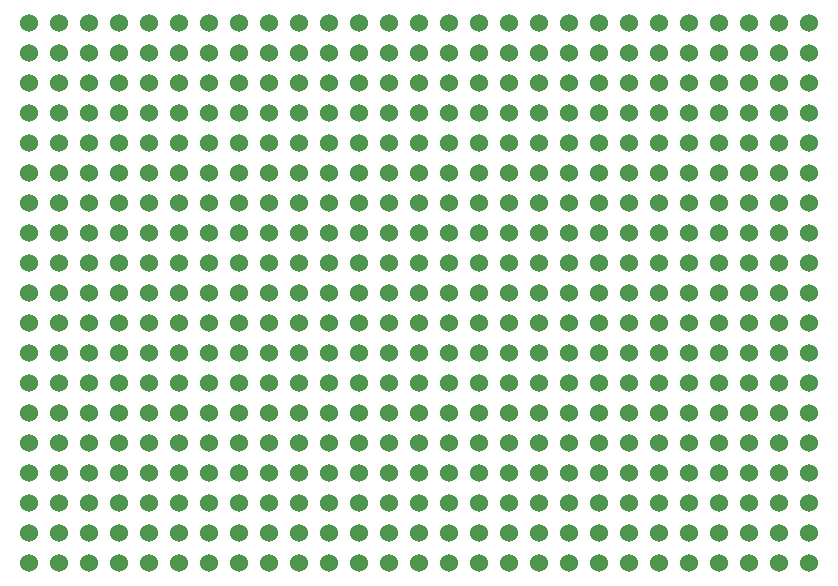
<source format=gbr>
%TF.GenerationSoftware,KiCad,Pcbnew,5.1.5+dfsg1-2build2*%
%TF.CreationDate,2020-10-05T13:16:32+02:00*%
%TF.ProjectId,pcb_50x70mm,7063625f-3530-4783-9730-6d6d2e6b6963,rev?*%
%TF.SameCoordinates,PX5f13998PY69fa208*%
%TF.FileFunction,Copper,L2,Bot*%
%TF.FilePolarity,Positive*%
%FSLAX46Y46*%
G04 Gerber Fmt 4.6, Leading zero omitted, Abs format (unit mm)*
G04 Created by KiCad (PCBNEW 5.1.5+dfsg1-2build2) date 2020-10-05 13:16:32*
%MOMM*%
%LPD*%
G04 APERTURE LIST*
%TA.AperFunction,ComponentPad*%
%ADD10C,1.524000*%
%TD*%
G04 APERTURE END LIST*
D10*
%TO.P,e,513*%
%TO.N,N/C*%
X67945000Y1905000D03*
%TO.P,e,512*%
X65405000Y1905000D03*
%TO.P,e,511*%
X62865000Y1905000D03*
%TO.P,e,510*%
X60325000Y1905000D03*
%TO.P,e,509*%
X57785000Y1905000D03*
%TO.P,e,508*%
X55245000Y1905000D03*
%TO.P,e,507*%
X52705000Y1905000D03*
%TO.P,e,506*%
X50165000Y1905000D03*
%TO.P,e,505*%
X47625000Y1905000D03*
%TO.P,e,504*%
X45085000Y1905000D03*
%TO.P,e,503*%
X42545000Y1905000D03*
%TO.P,e,502*%
X40005000Y1905000D03*
%TO.P,e,501*%
X37465000Y1905000D03*
%TO.P,e,500*%
X34925000Y1905000D03*
%TO.P,e,499*%
X32385000Y1905000D03*
%TO.P,e,498*%
X29845000Y1905000D03*
%TO.P,e,497*%
X27305000Y1905000D03*
%TO.P,e,496*%
X24765000Y1905000D03*
%TO.P,e,495*%
X22225000Y1905000D03*
%TO.P,e,494*%
X19685000Y1905000D03*
%TO.P,e,493*%
X17145000Y1905000D03*
%TO.P,e,492*%
X14605000Y1905000D03*
%TO.P,e,491*%
X12065000Y1905000D03*
%TO.P,e,490*%
X9525000Y1905000D03*
%TO.P,e,489*%
X6985000Y1905000D03*
%TO.P,e,488*%
X4445000Y1905000D03*
%TO.P,e,487*%
X1905000Y1905000D03*
%TO.P,e,486*%
X67945000Y4445000D03*
%TO.P,e,485*%
X65405000Y4445000D03*
%TO.P,e,484*%
X62865000Y4445000D03*
%TO.P,e,483*%
X60325000Y4445000D03*
%TO.P,e,482*%
X57785000Y4445000D03*
%TO.P,e,481*%
X55245000Y4445000D03*
%TO.P,e,480*%
X52705000Y4445000D03*
%TO.P,e,479*%
X50165000Y4445000D03*
%TO.P,e,478*%
X47625000Y4445000D03*
%TO.P,e,477*%
X45085000Y4445000D03*
%TO.P,e,476*%
X42545000Y4445000D03*
%TO.P,e,475*%
X40005000Y4445000D03*
%TO.P,e,474*%
X37465000Y4445000D03*
%TO.P,e,473*%
X34925000Y4445000D03*
%TO.P,e,472*%
X32385000Y4445000D03*
%TO.P,e,471*%
X29845000Y4445000D03*
%TO.P,e,470*%
X27305000Y4445000D03*
%TO.P,e,469*%
X24765000Y4445000D03*
%TO.P,e,468*%
X22225000Y4445000D03*
%TO.P,e,467*%
X19685000Y4445000D03*
%TO.P,e,466*%
X17145000Y4445000D03*
%TO.P,e,465*%
X14605000Y4445000D03*
%TO.P,e,464*%
X12065000Y4445000D03*
%TO.P,e,463*%
X9525000Y4445000D03*
%TO.P,e,462*%
X6985000Y4445000D03*
%TO.P,e,461*%
X4445000Y4445000D03*
%TO.P,e,460*%
X1905000Y4445000D03*
%TO.P,e,459*%
X67945000Y6985000D03*
%TO.P,e,458*%
X65405000Y6985000D03*
%TO.P,e,457*%
X62865000Y6985000D03*
%TO.P,e,456*%
X60325000Y6985000D03*
%TO.P,e,455*%
X57785000Y6985000D03*
%TO.P,e,454*%
X55245000Y6985000D03*
%TO.P,e,453*%
X52705000Y6985000D03*
%TO.P,e,452*%
X50165000Y6985000D03*
%TO.P,e,451*%
X47625000Y6985000D03*
%TO.P,e,450*%
X45085000Y6985000D03*
%TO.P,e,449*%
X42545000Y6985000D03*
%TO.P,e,448*%
X40005000Y6985000D03*
%TO.P,e,447*%
X37465000Y6985000D03*
%TO.P,e,446*%
X34925000Y6985000D03*
%TO.P,e,445*%
X32385000Y6985000D03*
%TO.P,e,444*%
X29845000Y6985000D03*
%TO.P,e,443*%
X27305000Y6985000D03*
%TO.P,e,442*%
X24765000Y6985000D03*
%TO.P,e,441*%
X22225000Y6985000D03*
%TO.P,e,440*%
X19685000Y6985000D03*
%TO.P,e,439*%
X17145000Y6985000D03*
%TO.P,e,438*%
X14605000Y6985000D03*
%TO.P,e,437*%
X12065000Y6985000D03*
%TO.P,e,436*%
X9525000Y6985000D03*
%TO.P,e,435*%
X6985000Y6985000D03*
%TO.P,e,434*%
X4445000Y6985000D03*
%TO.P,e,433*%
X1905000Y6985000D03*
%TO.P,e,432*%
X67945000Y9525000D03*
%TO.P,e,431*%
X65405000Y9525000D03*
%TO.P,e,430*%
X62865000Y9525000D03*
%TO.P,e,429*%
X60325000Y9525000D03*
%TO.P,e,428*%
X57785000Y9525000D03*
%TO.P,e,427*%
X55245000Y9525000D03*
%TO.P,e,426*%
X52705000Y9525000D03*
%TO.P,e,425*%
X50165000Y9525000D03*
%TO.P,e,424*%
X47625000Y9525000D03*
%TO.P,e,423*%
X45085000Y9525000D03*
%TO.P,e,422*%
X42545000Y9525000D03*
%TO.P,e,421*%
X40005000Y9525000D03*
%TO.P,e,420*%
X37465000Y9525000D03*
%TO.P,e,419*%
X34925000Y9525000D03*
%TO.P,e,418*%
X32385000Y9525000D03*
%TO.P,e,417*%
X29845000Y9525000D03*
%TO.P,e,416*%
X27305000Y9525000D03*
%TO.P,e,415*%
X24765000Y9525000D03*
%TO.P,e,414*%
X22225000Y9525000D03*
%TO.P,e,413*%
X19685000Y9525000D03*
%TO.P,e,412*%
X17145000Y9525000D03*
%TO.P,e,411*%
X14605000Y9525000D03*
%TO.P,e,410*%
X12065000Y9525000D03*
%TO.P,e,409*%
X9525000Y9525000D03*
%TO.P,e,408*%
X6985000Y9525000D03*
%TO.P,e,407*%
X4445000Y9525000D03*
%TO.P,e,406*%
X1905000Y9525000D03*
%TO.P,e,405*%
X67945000Y12065000D03*
%TO.P,e,404*%
X65405000Y12065000D03*
%TO.P,e,403*%
X62865000Y12065000D03*
%TO.P,e,402*%
X60325000Y12065000D03*
%TO.P,e,401*%
X57785000Y12065000D03*
%TO.P,e,400*%
X55245000Y12065000D03*
%TO.P,e,399*%
X52705000Y12065000D03*
%TO.P,e,398*%
X50165000Y12065000D03*
%TO.P,e,397*%
X47625000Y12065000D03*
%TO.P,e,396*%
X45085000Y12065000D03*
%TO.P,e,395*%
X42545000Y12065000D03*
%TO.P,e,394*%
X40005000Y12065000D03*
%TO.P,e,393*%
X37465000Y12065000D03*
%TO.P,e,392*%
X34925000Y12065000D03*
%TO.P,e,391*%
X32385000Y12065000D03*
%TO.P,e,390*%
X29845000Y12065000D03*
%TO.P,e,389*%
X27305000Y12065000D03*
%TO.P,e,388*%
X24765000Y12065000D03*
%TO.P,e,387*%
X22225000Y12065000D03*
%TO.P,e,386*%
X19685000Y12065000D03*
%TO.P,e,385*%
X17145000Y12065000D03*
%TO.P,e,384*%
X14605000Y12065000D03*
%TO.P,e,383*%
X12065000Y12065000D03*
%TO.P,e,382*%
X9525000Y12065000D03*
%TO.P,e,381*%
X6985000Y12065000D03*
%TO.P,e,380*%
X4445000Y12065000D03*
%TO.P,e,379*%
X1905000Y12065000D03*
%TO.P,e,378*%
X67945000Y14605000D03*
%TO.P,e,377*%
X65405000Y14605000D03*
%TO.P,e,376*%
X62865000Y14605000D03*
%TO.P,e,375*%
X60325000Y14605000D03*
%TO.P,e,374*%
X57785000Y14605000D03*
%TO.P,e,373*%
X55245000Y14605000D03*
%TO.P,e,372*%
X52705000Y14605000D03*
%TO.P,e,371*%
X50165000Y14605000D03*
%TO.P,e,370*%
X47625000Y14605000D03*
%TO.P,e,369*%
X45085000Y14605000D03*
%TO.P,e,368*%
X42545000Y14605000D03*
%TO.P,e,367*%
X40005000Y14605000D03*
%TO.P,e,366*%
X37465000Y14605000D03*
%TO.P,e,365*%
X34925000Y14605000D03*
%TO.P,e,364*%
X32385000Y14605000D03*
%TO.P,e,363*%
X29845000Y14605000D03*
%TO.P,e,362*%
X27305000Y14605000D03*
%TO.P,e,361*%
X24765000Y14605000D03*
%TO.P,e,360*%
X22225000Y14605000D03*
%TO.P,e,359*%
X19685000Y14605000D03*
%TO.P,e,358*%
X17145000Y14605000D03*
%TO.P,e,357*%
X14605000Y14605000D03*
%TO.P,e,356*%
X12065000Y14605000D03*
%TO.P,e,355*%
X9525000Y14605000D03*
%TO.P,e,354*%
X6985000Y14605000D03*
%TO.P,e,353*%
X4445000Y14605000D03*
%TO.P,e,352*%
X1905000Y14605000D03*
%TO.P,e,351*%
X67945000Y17145000D03*
%TO.P,e,350*%
X65405000Y17145000D03*
%TO.P,e,349*%
X62865000Y17145000D03*
%TO.P,e,348*%
X60325000Y17145000D03*
%TO.P,e,347*%
X57785000Y17145000D03*
%TO.P,e,346*%
X55245000Y17145000D03*
%TO.P,e,345*%
X52705000Y17145000D03*
%TO.P,e,344*%
X50165000Y17145000D03*
%TO.P,e,343*%
X47625000Y17145000D03*
%TO.P,e,342*%
X45085000Y17145000D03*
%TO.P,e,341*%
X42545000Y17145000D03*
%TO.P,e,340*%
X40005000Y17145000D03*
%TO.P,e,339*%
X37465000Y17145000D03*
%TO.P,e,338*%
X34925000Y17145000D03*
%TO.P,e,337*%
X32385000Y17145000D03*
%TO.P,e,336*%
X29845000Y17145000D03*
%TO.P,e,335*%
X27305000Y17145000D03*
%TO.P,e,334*%
X24765000Y17145000D03*
%TO.P,e,333*%
X22225000Y17145000D03*
%TO.P,e,332*%
X19685000Y17145000D03*
%TO.P,e,331*%
X17145000Y17145000D03*
%TO.P,e,330*%
X14605000Y17145000D03*
%TO.P,e,329*%
X12065000Y17145000D03*
%TO.P,e,328*%
X9525000Y17145000D03*
%TO.P,e,327*%
X6985000Y17145000D03*
%TO.P,e,326*%
X4445000Y17145000D03*
%TO.P,e,325*%
X1905000Y17145000D03*
%TO.P,e,324*%
X67945000Y19685000D03*
%TO.P,e,323*%
X65405000Y19685000D03*
%TO.P,e,322*%
X62865000Y19685000D03*
%TO.P,e,321*%
X60325000Y19685000D03*
%TO.P,e,320*%
X57785000Y19685000D03*
%TO.P,e,319*%
X55245000Y19685000D03*
%TO.P,e,318*%
X52705000Y19685000D03*
%TO.P,e,317*%
X50165000Y19685000D03*
%TO.P,e,316*%
X47625000Y19685000D03*
%TO.P,e,315*%
X45085000Y19685000D03*
%TO.P,e,314*%
X42545000Y19685000D03*
%TO.P,e,313*%
X40005000Y19685000D03*
%TO.P,e,312*%
X37465000Y19685000D03*
%TO.P,e,311*%
X34925000Y19685000D03*
%TO.P,e,310*%
X32385000Y19685000D03*
%TO.P,e,309*%
X29845000Y19685000D03*
%TO.P,e,308*%
X27305000Y19685000D03*
%TO.P,e,307*%
X24765000Y19685000D03*
%TO.P,e,306*%
X22225000Y19685000D03*
%TO.P,e,305*%
X19685000Y19685000D03*
%TO.P,e,304*%
X17145000Y19685000D03*
%TO.P,e,303*%
X14605000Y19685000D03*
%TO.P,e,302*%
X12065000Y19685000D03*
%TO.P,e,301*%
X9525000Y19685000D03*
%TO.P,e,300*%
X6985000Y19685000D03*
%TO.P,e,299*%
X4445000Y19685000D03*
%TO.P,e,298*%
X1905000Y19685000D03*
%TO.P,e,297*%
X67945000Y22225000D03*
%TO.P,e,296*%
X65405000Y22225000D03*
%TO.P,e,295*%
X62865000Y22225000D03*
%TO.P,e,294*%
X60325000Y22225000D03*
%TO.P,e,293*%
X57785000Y22225000D03*
%TO.P,e,292*%
X55245000Y22225000D03*
%TO.P,e,291*%
X52705000Y22225000D03*
%TO.P,e,290*%
X50165000Y22225000D03*
%TO.P,e,289*%
X47625000Y22225000D03*
%TO.P,e,288*%
X45085000Y22225000D03*
%TO.P,e,287*%
X42545000Y22225000D03*
%TO.P,e,286*%
X40005000Y22225000D03*
%TO.P,e,285*%
X37465000Y22225000D03*
%TO.P,e,284*%
X34925000Y22225000D03*
%TO.P,e,283*%
X32385000Y22225000D03*
%TO.P,e,282*%
X29845000Y22225000D03*
%TO.P,e,281*%
X27305000Y22225000D03*
%TO.P,e,280*%
X24765000Y22225000D03*
%TO.P,e,279*%
X22225000Y22225000D03*
%TO.P,e,278*%
X19685000Y22225000D03*
%TO.P,e,277*%
X17145000Y22225000D03*
%TO.P,e,276*%
X14605000Y22225000D03*
%TO.P,e,275*%
X12065000Y22225000D03*
%TO.P,e,274*%
X9525000Y22225000D03*
%TO.P,e,273*%
X6985000Y22225000D03*
%TO.P,e,272*%
X4445000Y22225000D03*
%TO.P,e,271*%
X1905000Y22225000D03*
%TO.P,e,270*%
X67945000Y24765000D03*
%TO.P,e,269*%
X65405000Y24765000D03*
%TO.P,e,268*%
X62865000Y24765000D03*
%TO.P,e,267*%
X60325000Y24765000D03*
%TO.P,e,266*%
X57785000Y24765000D03*
%TO.P,e,265*%
X55245000Y24765000D03*
%TO.P,e,264*%
X52705000Y24765000D03*
%TO.P,e,263*%
X50165000Y24765000D03*
%TO.P,e,262*%
X47625000Y24765000D03*
%TO.P,e,261*%
X45085000Y24765000D03*
%TO.P,e,260*%
X42545000Y24765000D03*
%TO.P,e,259*%
X40005000Y24765000D03*
%TO.P,e,258*%
X37465000Y24765000D03*
%TO.P,e,257*%
X34925000Y24765000D03*
%TO.P,e,256*%
X32385000Y24765000D03*
%TO.P,e,255*%
X29845000Y24765000D03*
%TO.P,e,254*%
X27305000Y24765000D03*
%TO.P,e,253*%
X24765000Y24765000D03*
%TO.P,e,252*%
X22225000Y24765000D03*
%TO.P,e,251*%
X19685000Y24765000D03*
%TO.P,e,250*%
X17145000Y24765000D03*
%TO.P,e,249*%
X14605000Y24765000D03*
%TO.P,e,248*%
X12065000Y24765000D03*
%TO.P,e,247*%
X9525000Y24765000D03*
%TO.P,e,246*%
X6985000Y24765000D03*
%TO.P,e,245*%
X4445000Y24765000D03*
%TO.P,e,244*%
X1905000Y24765000D03*
%TO.P,e,243*%
X67945000Y27305000D03*
%TO.P,e,242*%
X65405000Y27305000D03*
%TO.P,e,241*%
X62865000Y27305000D03*
%TO.P,e,240*%
X60325000Y27305000D03*
%TO.P,e,239*%
X57785000Y27305000D03*
%TO.P,e,238*%
X55245000Y27305000D03*
%TO.P,e,237*%
X52705000Y27305000D03*
%TO.P,e,236*%
X50165000Y27305000D03*
%TO.P,e,235*%
X47625000Y27305000D03*
%TO.P,e,234*%
X45085000Y27305000D03*
%TO.P,e,233*%
X42545000Y27305000D03*
%TO.P,e,232*%
X40005000Y27305000D03*
%TO.P,e,231*%
X37465000Y27305000D03*
%TO.P,e,230*%
X34925000Y27305000D03*
%TO.P,e,229*%
X32385000Y27305000D03*
%TO.P,e,228*%
X29845000Y27305000D03*
%TO.P,e,227*%
X27305000Y27305000D03*
%TO.P,e,226*%
X24765000Y27305000D03*
%TO.P,e,225*%
X22225000Y27305000D03*
%TO.P,e,224*%
X19685000Y27305000D03*
%TO.P,e,223*%
X17145000Y27305000D03*
%TO.P,e,222*%
X14605000Y27305000D03*
%TO.P,e,221*%
X12065000Y27305000D03*
%TO.P,e,220*%
X9525000Y27305000D03*
%TO.P,e,219*%
X6985000Y27305000D03*
%TO.P,e,218*%
X4445000Y27305000D03*
%TO.P,e,217*%
X1905000Y27305000D03*
%TO.P,e,216*%
X67945000Y29845000D03*
%TO.P,e,215*%
X65405000Y29845000D03*
%TO.P,e,214*%
X62865000Y29845000D03*
%TO.P,e,213*%
X60325000Y29845000D03*
%TO.P,e,212*%
X57785000Y29845000D03*
%TO.P,e,211*%
X55245000Y29845000D03*
%TO.P,e,210*%
X52705000Y29845000D03*
%TO.P,e,209*%
X50165000Y29845000D03*
%TO.P,e,208*%
X47625000Y29845000D03*
%TO.P,e,207*%
X45085000Y29845000D03*
%TO.P,e,206*%
X42545000Y29845000D03*
%TO.P,e,205*%
X40005000Y29845000D03*
%TO.P,e,204*%
X37465000Y29845000D03*
%TO.P,e,203*%
X34925000Y29845000D03*
%TO.P,e,202*%
X32385000Y29845000D03*
%TO.P,e,201*%
X29845000Y29845000D03*
%TO.P,e,200*%
X27305000Y29845000D03*
%TO.P,e,199*%
X24765000Y29845000D03*
%TO.P,e,198*%
X22225000Y29845000D03*
%TO.P,e,197*%
X19685000Y29845000D03*
%TO.P,e,196*%
X17145000Y29845000D03*
%TO.P,e,195*%
X14605000Y29845000D03*
%TO.P,e,194*%
X12065000Y29845000D03*
%TO.P,e,193*%
X9525000Y29845000D03*
%TO.P,e,192*%
X6985000Y29845000D03*
%TO.P,e,191*%
X4445000Y29845000D03*
%TO.P,e,190*%
X1905000Y29845000D03*
%TO.P,e,189*%
X67945000Y32385000D03*
%TO.P,e,188*%
X65405000Y32385000D03*
%TO.P,e,187*%
X62865000Y32385000D03*
%TO.P,e,186*%
X60325000Y32385000D03*
%TO.P,e,185*%
X57785000Y32385000D03*
%TO.P,e,184*%
X55245000Y32385000D03*
%TO.P,e,183*%
X52705000Y32385000D03*
%TO.P,e,182*%
X50165000Y32385000D03*
%TO.P,e,181*%
X47625000Y32385000D03*
%TO.P,e,180*%
X45085000Y32385000D03*
%TO.P,e,179*%
X42545000Y32385000D03*
%TO.P,e,178*%
X40005000Y32385000D03*
%TO.P,e,177*%
X37465000Y32385000D03*
%TO.P,e,176*%
X34925000Y32385000D03*
%TO.P,e,175*%
X32385000Y32385000D03*
%TO.P,e,174*%
X29845000Y32385000D03*
%TO.P,e,173*%
X27305000Y32385000D03*
%TO.P,e,172*%
X24765000Y32385000D03*
%TO.P,e,171*%
X22225000Y32385000D03*
%TO.P,e,170*%
X19685000Y32385000D03*
%TO.P,e,169*%
X17145000Y32385000D03*
%TO.P,e,168*%
X14605000Y32385000D03*
%TO.P,e,167*%
X12065000Y32385000D03*
%TO.P,e,166*%
X9525000Y32385000D03*
%TO.P,e,165*%
X6985000Y32385000D03*
%TO.P,e,164*%
X4445000Y32385000D03*
%TO.P,e,163*%
X1905000Y32385000D03*
%TO.P,e,162*%
X67945000Y34925000D03*
%TO.P,e,161*%
X65405000Y34925000D03*
%TO.P,e,160*%
X62865000Y34925000D03*
%TO.P,e,159*%
X60325000Y34925000D03*
%TO.P,e,158*%
X57785000Y34925000D03*
%TO.P,e,157*%
X55245000Y34925000D03*
%TO.P,e,156*%
X52705000Y34925000D03*
%TO.P,e,155*%
X50165000Y34925000D03*
%TO.P,e,154*%
X47625000Y34925000D03*
%TO.P,e,153*%
X45085000Y34925000D03*
%TO.P,e,152*%
X42545000Y34925000D03*
%TO.P,e,151*%
X40005000Y34925000D03*
%TO.P,e,150*%
X37465000Y34925000D03*
%TO.P,e,149*%
X34925000Y34925000D03*
%TO.P,e,148*%
X32385000Y34925000D03*
%TO.P,e,147*%
X29845000Y34925000D03*
%TO.P,e,146*%
X27305000Y34925000D03*
%TO.P,e,145*%
X24765000Y34925000D03*
%TO.P,e,144*%
X22225000Y34925000D03*
%TO.P,e,143*%
X19685000Y34925000D03*
%TO.P,e,142*%
X17145000Y34925000D03*
%TO.P,e,141*%
X14605000Y34925000D03*
%TO.P,e,140*%
X12065000Y34925000D03*
%TO.P,e,139*%
X9525000Y34925000D03*
%TO.P,e,138*%
X6985000Y34925000D03*
%TO.P,e,137*%
X4445000Y34925000D03*
%TO.P,e,136*%
X1905000Y34925000D03*
%TO.P,e,135*%
X67945000Y37465000D03*
%TO.P,e,134*%
X65405000Y37465000D03*
%TO.P,e,133*%
X62865000Y37465000D03*
%TO.P,e,132*%
X60325000Y37465000D03*
%TO.P,e,131*%
X57785000Y37465000D03*
%TO.P,e,130*%
X55245000Y37465000D03*
%TO.P,e,129*%
X52705000Y37465000D03*
%TO.P,e,128*%
X50165000Y37465000D03*
%TO.P,e,127*%
X47625000Y37465000D03*
%TO.P,e,126*%
X45085000Y37465000D03*
%TO.P,e,125*%
X42545000Y37465000D03*
%TO.P,e,124*%
X40005000Y37465000D03*
%TO.P,e,123*%
X37465000Y37465000D03*
%TO.P,e,122*%
X34925000Y37465000D03*
%TO.P,e,121*%
X32385000Y37465000D03*
%TO.P,e,120*%
X29845000Y37465000D03*
%TO.P,e,119*%
X27305000Y37465000D03*
%TO.P,e,118*%
X24765000Y37465000D03*
%TO.P,e,117*%
X22225000Y37465000D03*
%TO.P,e,116*%
X19685000Y37465000D03*
%TO.P,e,115*%
X17145000Y37465000D03*
%TO.P,e,114*%
X14605000Y37465000D03*
%TO.P,e,113*%
X12065000Y37465000D03*
%TO.P,e,112*%
X9525000Y37465000D03*
%TO.P,e,111*%
X6985000Y37465000D03*
%TO.P,e,110*%
X4445000Y37465000D03*
%TO.P,e,109*%
X1905000Y37465000D03*
%TO.P,e,108*%
X67945000Y40005000D03*
%TO.P,e,107*%
X65405000Y40005000D03*
%TO.P,e,106*%
X62865000Y40005000D03*
%TO.P,e,105*%
X60325000Y40005000D03*
%TO.P,e,104*%
X57785000Y40005000D03*
%TO.P,e,103*%
X55245000Y40005000D03*
%TO.P,e,102*%
X52705000Y40005000D03*
%TO.P,e,101*%
X50165000Y40005000D03*
%TO.P,e,100*%
X47625000Y40005000D03*
%TO.P,e,99*%
X45085000Y40005000D03*
%TO.P,e,98*%
X42545000Y40005000D03*
%TO.P,e,97*%
X40005000Y40005000D03*
%TO.P,e,96*%
X37465000Y40005000D03*
%TO.P,e,95*%
X34925000Y40005000D03*
%TO.P,e,94*%
X32385000Y40005000D03*
%TO.P,e,93*%
X29845000Y40005000D03*
%TO.P,e,92*%
X27305000Y40005000D03*
%TO.P,e,91*%
X24765000Y40005000D03*
%TO.P,e,90*%
X22225000Y40005000D03*
%TO.P,e,89*%
X19685000Y40005000D03*
%TO.P,e,88*%
X17145000Y40005000D03*
%TO.P,e,87*%
X14605000Y40005000D03*
%TO.P,e,86*%
X12065000Y40005000D03*
%TO.P,e,85*%
X9525000Y40005000D03*
%TO.P,e,84*%
X6985000Y40005000D03*
%TO.P,e,83*%
X4445000Y40005000D03*
%TO.P,e,82*%
X1905000Y40005000D03*
%TO.P,e,81*%
X67945000Y42545000D03*
%TO.P,e,80*%
X65405000Y42545000D03*
%TO.P,e,79*%
X62865000Y42545000D03*
%TO.P,e,78*%
X60325000Y42545000D03*
%TO.P,e,77*%
X57785000Y42545000D03*
%TO.P,e,76*%
X55245000Y42545000D03*
%TO.P,e,75*%
X52705000Y42545000D03*
%TO.P,e,74*%
X50165000Y42545000D03*
%TO.P,e,73*%
X47625000Y42545000D03*
%TO.P,e,72*%
X45085000Y42545000D03*
%TO.P,e,71*%
X42545000Y42545000D03*
%TO.P,e,70*%
X40005000Y42545000D03*
%TO.P,e,69*%
X37465000Y42545000D03*
%TO.P,e,68*%
X34925000Y42545000D03*
%TO.P,e,67*%
X32385000Y42545000D03*
%TO.P,e,66*%
X29845000Y42545000D03*
%TO.P,e,65*%
X27305000Y42545000D03*
%TO.P,e,64*%
X24765000Y42545000D03*
%TO.P,e,63*%
X22225000Y42545000D03*
%TO.P,e,62*%
X19685000Y42545000D03*
%TO.P,e,61*%
X17145000Y42545000D03*
%TO.P,e,60*%
X14605000Y42545000D03*
%TO.P,e,59*%
X12065000Y42545000D03*
%TO.P,e,58*%
X9525000Y42545000D03*
%TO.P,e,57*%
X6985000Y42545000D03*
%TO.P,e,56*%
X4445000Y42545000D03*
%TO.P,e,55*%
X1905000Y42545000D03*
%TO.P,e,54*%
X67945000Y45085000D03*
%TO.P,e,53*%
X65405000Y45085000D03*
%TO.P,e,52*%
X62865000Y45085000D03*
%TO.P,e,51*%
X60325000Y45085000D03*
%TO.P,e,50*%
X57785000Y45085000D03*
%TO.P,e,49*%
X55245000Y45085000D03*
%TO.P,e,48*%
X52705000Y45085000D03*
%TO.P,e,47*%
X50165000Y45085000D03*
%TO.P,e,46*%
X47625000Y45085000D03*
%TO.P,e,45*%
X45085000Y45085000D03*
%TO.P,e,44*%
X42545000Y45085000D03*
%TO.P,e,43*%
X40005000Y45085000D03*
%TO.P,e,42*%
X37465000Y45085000D03*
%TO.P,e,41*%
X34925000Y45085000D03*
%TO.P,e,40*%
X32385000Y45085000D03*
%TO.P,e,39*%
X29845000Y45085000D03*
%TO.P,e,38*%
X27305000Y45085000D03*
%TO.P,e,37*%
X24765000Y45085000D03*
%TO.P,e,36*%
X22225000Y45085000D03*
%TO.P,e,35*%
X19685000Y45085000D03*
%TO.P,e,34*%
X17145000Y45085000D03*
%TO.P,e,33*%
X14605000Y45085000D03*
%TO.P,e,32*%
X12065000Y45085000D03*
%TO.P,e,31*%
X9525000Y45085000D03*
%TO.P,e,30*%
X6985000Y45085000D03*
%TO.P,e,29*%
X4445000Y45085000D03*
%TO.P,e,28*%
X1905000Y45085000D03*
%TO.P,e,27*%
X67945000Y47625000D03*
%TO.P,e,26*%
X65405000Y47625000D03*
%TO.P,e,25*%
X62865000Y47625000D03*
%TO.P,e,24*%
X60325000Y47625000D03*
%TO.P,e,23*%
X57785000Y47625000D03*
%TO.P,e,22*%
X55245000Y47625000D03*
%TO.P,e,21*%
X52705000Y47625000D03*
%TO.P,e,20*%
X50165000Y47625000D03*
%TO.P,e,19*%
X47625000Y47625000D03*
%TO.P,e,18*%
X45085000Y47625000D03*
%TO.P,e,17*%
X42545000Y47625000D03*
%TO.P,e,16*%
X40005000Y47625000D03*
%TO.P,e,15*%
X37465000Y47625000D03*
%TO.P,e,14*%
X34925000Y47625000D03*
%TO.P,e,13*%
X32385000Y47625000D03*
%TO.P,e,12*%
X29845000Y47625000D03*
%TO.P,e,11*%
X27305000Y47625000D03*
%TO.P,e,10*%
X24765000Y47625000D03*
%TO.P,e,9*%
X22225000Y47625000D03*
%TO.P,e,8*%
X19685000Y47625000D03*
%TO.P,e,7*%
X17145000Y47625000D03*
%TO.P,e,6*%
X14605000Y47625000D03*
%TO.P,e,5*%
X12065000Y47625000D03*
%TO.P,e,4*%
X9525000Y47625000D03*
%TO.P,e,3*%
X6985000Y47625000D03*
%TO.P,e,2*%
X4445000Y47625000D03*
%TO.P,e,1*%
X1905000Y47625000D03*
%TD*%
M02*

</source>
